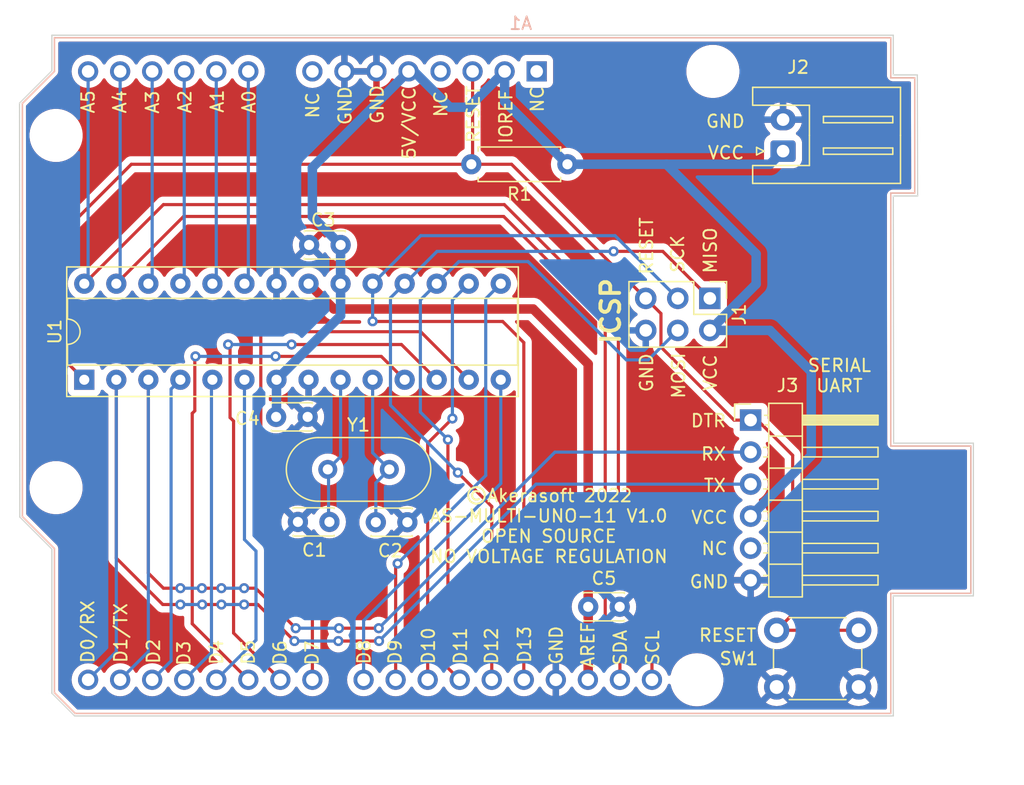
<source format=kicad_pcb>
(kicad_pcb (version 20211014) (generator pcbnew)
  (layers (0 "F.Cu" signal) (31 "B.Cu" signal) (34 "B.Paste" user) (35 "F.Paste" user) (36 "B.SilkS" user "B.Silkscreen") (37 "F.SilkS" user "F.Silkscreen") (38 "B.Mask" user) (39 "F.Mask" user) (44 "Edge.Cuts" user))
  (net 0 "")
  (net 2 "VCC")
  (net 3 "/DTR")
  (net 4 "GND")
  (net 5 "/A0")
  (net 6 "/A1")
  (net 7 "/A2")
  (net 8 "/A3")
  (net 9 "/A4")
  (net 10 "/A5")
  (net 11 "/D0{slash}RX")
  (net 12 "/D1{slash}TX")
  (net 13 "/D2")
  (net 14 "/D3")
  (net 15 "/D4")
  (net 16 "/D5")
  (net 17 "/D6")
  (net 18 "/D7")
  (net 19 "/D8")
  (net 20 "/D9")
  (net 21 "/D10")
  (net 22 "/D11")
  (net 23 "/D12")
  (net 24 "/D13")
  (net 25 "/AREF")
  (net 26 "/XTAL1")
  (net 27 "/XTAL2")
  (net 28 "/CTS")
  (footprint "Connector_JST:JST_XH_S2B-XH-A_1x02_P2.50mm_Horizontal" (layer "F.Cu") (at 137.3378 73.1774 90)
    (fp_text reference "J2" (at 6.6548 1.1938) (layer "F.SilkS"))
    (fp_text value "Conn_01x02")
    (fp_line (start -2.56 9.31) (end -2.56 -2.41) (layer "F.SilkS") (width 0.12))
    (fp_line (start 2.25 3.2) (end 2.25 8.7) (layer "F.SilkS") (width 0.12))
    (fp_line (start -0.25 8.7) (end 0.25 8.7) (layer "F.SilkS") (width 0.12))
    (fp_line (start -2.56 -2.41) (end -1.14 -2.41) (layer "F.SilkS") (width 0.12))
    (fp_line (start 0.3 -2.1) (end 0 -1.5) (layer "F.SilkS") (width 0.12))
    (fp_line (start 3.64 2.09) (end 1.25 2.09) (layer "F.SilkS") (width 0.12))
    (fp_line (start 1.25 9.31) (end 5.06 9.31) (layer "F.SilkS") (width 0.12))
    (fp_line (start -0.25 3.2) (end -0.25 8.7) (layer "F.SilkS") (width 0.12))
    (fp_line (start 0 -1.5) (end -0.3 -2.1) (layer "F.SilkS") (width 0.12))
    (fp_line (start -1.14 -2.41) (end -1.14 2.09) (layer "F.SilkS") (width 0.12))
    (fp_line (start 2.75 8.7) (end 2.75 3.2) (layer "F.SilkS") (width 0.12))
    (fp_line (start -1.14 2.09) (end 1.25 2.09) (layer "F.SilkS") (width 0.12))
    (fp_line (start 1.25 9.31) (end -2.56 9.31) (layer "F.SilkS") (width 0.12))
    (fp_line (start 0.25 3.2) (end -0.25 3.2) (layer "F.SilkS") (width 0.12))
    (fp_line (start 0.25 8.7) (end 0.25 3.2) (layer "F.SilkS") (width 0.12))
    (fp_line (start 5.06 -2.41) (end 3.64 -2.41) (layer "F.SilkS") (width 0.12))
    (fp_line (start 2.25 8.7) (end 2.75 8.7) (layer "F.SilkS") (width 0.12))
    (fp_line (start 2.75 3.2) (end 2.25 3.2) (layer "F.SilkS") (width 0.12))
    (fp_line (start -0.3 -2.1) (end 0.3 -2.1) (layer "F.SilkS") (width 0.12))
    (fp_line (start 3.64 -2.41) (end 3.64 2.09) (layer "F.SilkS") (width 0.12))
    (fp_line (start 5.06 9.31) (end 5.06 -2.41) (layer "F.SilkS") (width 0.12))
    (pad "1" thru_hole roundrect (at 0 0 90) (size 1.7 2) (drill 1) (layers *.Cu *.Mask) (roundrect_rratio 0.1470588235) (net 2 "VCC"))
    (pad "2" thru_hole oval (at 2.5 0 90) (size 1.7 2) (drill 1) (layers *.Cu *.Mask) (net 4 "GND"))
  )
  (footprint "Capacitor_THT:C_Disc_D3.0mm_W2.0mm_P2.50mm" (layer "F.Cu") (at 97.1496 94.2594)
    (fp_text reference "C4" (at -2.2806 0.127) (layer "F.SilkS"))
    (fp_text value "100nF")
    (fp_line (start -0.37 1.12) (end 2.87 1.12) (layer "F.SilkS") (width 0.12))
    (fp_line (start -0.37 -1.12) (end 2.87 -1.12) (layer "F.SilkS") (width 0.12))
    (fp_line (start 2.87 1.055) (end 2.87 1.12) (layer "F.SilkS") (width 0.12))
    (fp_line (start -0.37 1.055) (end -0.37 1.12) (layer "F.SilkS") (width 0.12))
    (fp_line (start -0.37 -1.12) (end -0.37 -1.055) (layer "F.SilkS") (width 0.12))
    (fp_line (start 2.87 -1.12) (end 2.87 -1.055) (layer "F.SilkS") (width 0.12))
    (pad "1" thru_hole circle (at 0 0) (size 1.6 1.6) (drill 0.8) (layers *.Cu *.Mask) (net 2 "VCC"))
    (pad "2" thru_hole circle (at 2.5 0) (size 1.6 1.6) (drill 0.8) (layers *.Cu *.Mask) (net 4 "GND"))
  )
  (footprint "Capacitor_THT:C_Disc_D3.0mm_W2.0mm_P2.50mm" (layer "F.Cu") (at 105.0544 102.616)
    (fp_text reference "C2" (at 1.143 2.2606) (layer "F.SilkS"))
    (fp_text value "18pF")
    (fp_line (start 2.87 1.055) (end 2.87 1.12) (layer "F.SilkS") (width 0.12))
    (fp_line (start -0.37 -1.12) (end -0.37 -1.055) (layer "F.SilkS") (width 0.12))
    (fp_line (start -0.37 -1.12) (end 2.87 -1.12) (layer "F.SilkS") (width 0.12))
    (fp_line (start -0.37 1.055) (end -0.37 1.12) (layer "F.SilkS") (width 0.12))
    (fp_line (start 2.87 -1.12) (end 2.87 -1.055) (layer "F.SilkS") (width 0.12))
    (fp_line (start -0.37 1.12) (end 2.87 1.12) (layer "F.SilkS") (width 0.12))
    (pad "1" thru_hole circle (at 0 0) (size 1.6 1.6) (drill 0.8) (layers *.Cu *.Mask) (net 27 "/XTAL2"))
    (pad "2" thru_hole circle (at 2.5 0) (size 1.6 1.6) (drill 0.8) (layers *.Cu *.Mask) (net 4 "GND"))
  )
  (footprint "Capacitor_THT:C_Disc_D3.0mm_W2.0mm_P2.50mm" (layer "F.Cu") (at 102.2658 80.6196 180)
    (fp_text reference "C3" (at 1.377 1.9812) (layer "F.SilkS"))
    (fp_text value "100nF")
    (fp_line (start -0.37 1.12) (end 2.87 1.12) (layer "F.SilkS") (width 0.12))
    (fp_line (start -0.37 -1.12) (end -0.37 -1.055) (layer "F.SilkS") (width 0.12))
    (fp_line (start 2.87 1.055) (end 2.87 1.12) (layer "F.SilkS") (width 0.12))
    (fp_line (start -0.37 -1.12) (end 2.87 -1.12) (layer "F.SilkS") (width 0.12))
    (fp_line (start -0.37 1.055) (end -0.37 1.12) (layer "F.SilkS") (width 0.12))
    (fp_line (start 2.87 -1.12) (end 2.87 -1.055) (layer "F.SilkS") (width 0.12))
    (pad "1" thru_hole circle (at 0 0 180) (size 1.6 1.6) (drill 0.8) (layers *.Cu *.Mask) (net 2 "VCC"))
    (pad "2" thru_hole circle (at 2.5 0 180) (size 1.6 1.6) (drill 0.8) (layers *.Cu *.Mask) (net 4 "GND"))
  )
  (footprint "Capacitor_THT:C_Disc_D3.0mm_W2.0mm_P2.50mm" (layer "F.Cu") (at 121.8892 109.3216)
    (fp_text reference "C5" (at 1.25 -2.25) (layer "F.SilkS"))
    (fp_text value "100nF")
    (fp_line (start -0.37 -1.12) (end -0.37 -1.055) (layer "F.SilkS") (width 0.12))
    (fp_line (start 2.87 1.055) (end 2.87 1.12) (layer "F.SilkS") (width 0.12))
    (fp_line (start -0.37 1.055) (end -0.37 1.12) (layer "F.SilkS") (width 0.12))
    (fp_line (start 2.87 -1.12) (end 2.87 -1.055) (layer "F.SilkS") (width 0.12))
    (fp_line (start -0.37 -1.12) (end 2.87 -1.12) (layer "F.SilkS") (width 0.12))
    (fp_line (start -0.37 1.12) (end 2.87 1.12) (layer "F.SilkS") (width 0.12))
    (pad "1" thru_hole circle (at 0 0) (size 1.6 1.6) (drill 0.8) (layers *.Cu *.Mask) (net 25 "/AREF"))
    (pad "2" thru_hole circle (at 2.5 0) (size 1.6 1.6) (drill 0.8) (layers *.Cu *.Mask) (net 4 "GND"))
  )
  (footprint "Package_DIP:DIP-28_W7.62mm_Socket" (layer "F.Cu") (at 81.9404 91.313 90)
    (fp_text reference "U1" (at 3.81 -2.33 90) (layer "F.SilkS"))
    (fp_text value "ATmega328-P")
    (fp_line (start 6.46 34.35) (end 6.46 -1.33) (layer "F.SilkS") (width 0.12))
    (fp_line (start 2.81 -1.33) (end 1.16 -1.33) (layer "F.SilkS") (width 0.12))
    (fp_line (start -1.33 34.41) (end 8.95 34.41) (layer "F.SilkS") (width 0.12))
    (fp_line (start 8.95 -1.39) (end -1.33 -1.39) (layer "F.SilkS") (width 0.12))
    (fp_line (start -1.33 -1.39) (end -1.33 34.41) (layer "F.SilkS") (width 0.12))
    (fp_line (start 1.16 34.35) (end 6.46 34.35) (layer "F.SilkS") (width 0.12))
    (fp_line (start 6.46 -1.33) (end 4.81 -1.33) (layer "F.SilkS") (width 0.12))
    (fp_line (start 8.95 34.41) (end 8.95 -1.39) (layer "F.SilkS") (width 0.12))
    (fp_line (start 1.16 -1.33) (end 1.16 34.35) (layer "F.SilkS") (width 0.12))
    (fp_arc (start 4.81 -1.33) (mid 3.81 -0.33) (end 2.81 -1.33) (layer "F.SilkS") (width 0.12))
    (pad "1" thru_hole rect (at 0 0 90) (size 1.6 1.6) (drill 0.8) (layers *.Cu *.Mask) (net 3 "/DTR"))
    (pad "2" thru_hole oval (at 0 2.54 90) (size 1.6 1.6) (drill 0.8) (layers *.Cu *.Mask) (net 11 "/D0{slash}RX"))
    (pad "3" thru_hole oval (at 0 5.08 90) (size 1.6 1.6) (drill 0.8) (layers *.Cu *.Mask) (net 12 "/D1{slash}TX"))
    (pad "4" thru_hole oval (at 0 7.62 90) (size 1.6 1.6) (drill 0.8) (layers *.Cu *.Mask) (net 13 "/D2"))
    (pad "5" thru_hole oval (at 0 10.16 90) (size 1.6 1.6) (drill 0.8) (layers *.Cu *.Mask) (net 14 "/D3"))
    (pad "6" thru_hole oval (at 0 12.7 90) (size 1.6 1.6) (drill 0.8) (layers *.Cu *.Mask) (net 15 "/D4"))
    (pad "7" thru_hole oval (at 0 15.24 90) (size 1.6 1.6) (drill 0.8) (layers *.Cu *.Mask) (net 2 "VCC"))
    (pad "8" thru_hole oval (at 0 17.78 90) (size 1.6 1.6) (drill 0.8) (layers *.Cu *.Mask) (net 4 "GND"))
    (pad "9" thru_hole oval (at 0 20.32 90) (size 1.6 1.6) (drill 0.8) (layers *.Cu *.Mask) (net 26 "/XTAL1"))
    (pad "10" thru_hole oval (at 0 22.86 90) (size 1.6 1.6) (drill 0.8) (layers *.Cu *.Mask) (net 27 "/XTAL2"))
    (pad "11" thru_hole oval (at 0 25.4 90) (size 1.6 1.6) (drill 0.8) (layers *.Cu *.Mask) (net 16 "/D5"))
    (pad "12" thru_hole oval (at 0 27.94 90) (size 1.6 1.6) (drill 0.8) (layers *.Cu *.Mask) (net 17 "/D6"))
    (pad "13" thru_hole oval (at 0 30.48 90) (size 1.6 1.6) (drill 0.8) (layers *.Cu *.Mask) (net 18 "/D7"))
    (pad "14" thru_hole oval (at 0 33.02 90) (size 1.6 1.6) (drill 0.8) (layers *.Cu *.Mask) (net 19 "/D8"))
    (pad "15" thru_hole oval (at 7.62 33.02 90) (size 1.6 1.6) (drill 0.8) (layers *.Cu *.Mask) (net 20 "/D9"))
    (pad "16" thru_hole oval (at 7.62 30.48 90) (size 1.6 1.6) (drill 0.8) (layers *.Cu *.Mask) (net 21 "/D10"))
    (pad "17" thru_hole oval (at 7.62 27.94 90) (size 1.6 1.6) (drill 0.8) (layers *.Cu *.Mask) (net 22 "/D11"))
    (pad "18" thru_hole oval (at 7.62 25.4 90) (size 1.6 1.6) (drill 0.8) (layers *.Cu *.Mask) (net 23 "/D12"))
    (pad "19" thru_hole oval (at 7.62 22.86 90) (size 1.6 1.6) (drill 0.8) (layers *.Cu *.Mask) (net 24 "/D13"))
    (pad "20" thru_hole oval (at 7.62 20.32 90) (size 1.6 1.6) (drill 0.8) (layers *.Cu *.Mask) (net 2 "VCC"))
    (pad "21" thru_hole oval (at 7.62 17.78 90) (size 1.6 1.6) (drill 0.8) (layers *.Cu *.Mask) (net 25 "/AREF"))
    (pad "22" thru_hole oval (at 7.62 15.24 90) (size 1.6 1.6) (drill 0.8) (layers *.Cu *.Mask) (net 4 "GND"))
    (pad "23" thru_hole oval (at 7.62 12.7 90) (size 1.6 1.6) (drill 0.8) (layers *.Cu *.Mask) (net 5 "/A0"))
    (pad "24" thru_hole oval (at 7.62 10.16 90) (size 1.6 1.6) (drill 0.8) (layers *.Cu *.Mask) (net 6 "/A1"))
    (pad "25" thru_hole oval (at 7.62 7.62 90) (size 1.6 1.6) (drill 0.8) (layers *.Cu *.Mask) (net 7 "/A2"))
    (pad "26" thru_hole oval (at 7.62 5.08 90) (size 1.6 1.6) (drill 0.8) (layers *.Cu *.Mask) (net 8 "/A3"))
    (pad "27" thru_hole oval (at 7.62 2.54 90) (size 1.6 1.6) (drill 0.8) (layers *.Cu *.Mask) (net 9 "/A4"))
    (pad "28" thru_hole oval (at 7.62 0 90) (size 1.6 1.6) (drill 0.8) (layers *.Cu *.Mask) (net 10 "/A5"))
  )
  (footprint "Connector_PinHeader_2.54mm:PinHeader_2x03_P2.54mm_Vertical" (layer "F.Cu") (at 131.5316 84.8564 -90)
    (fp_text reference "J1" (at 1.27 -2.33 90) (layer "F.SilkS"))
    (fp_text value "ICSP")
    (fp_line (start -1.33 6.41) (end 3.87 6.41) (layer "F.SilkS") (width 0.12))
    (fp_line (start 3.87 -1.33) (end 3.87 6.41) (layer "F.SilkS") (width 0.12))
    (fp_line (start -1.33 1.27) (end -1.33 6.41) (layer "F.SilkS") (width 0.12))
    (fp_line (start -1.33 0) (end -1.33 -1.33) (layer "F.SilkS") (width 0.12))
    (fp_line (start -1.33 1.27) (end 1.27 1.27) (layer "F.SilkS") (width 0.12))
    (fp_line (start 1.27 -1.33) (end 3.87 -1.33) (layer "F.SilkS") (width 0.12))
    (fp_line (start -1.33 -1.33) (end 0 -1.33) (layer "F.SilkS") (width 0.12))
    (fp_line (start 1.27 1.27) (end 1.27 -1.33) (layer "F.SilkS") (width 0.12))
    (pad "1" thru_hole rect (at 0 0 270) (size 1.7 1.7) (drill 1) (layers *.Cu *.Mask) (net 23 "/D12"))
    (pad "2" thru_hole oval (at 2.54 0 270) (size 1.7 1.7) (drill 1) (layers *.Cu *.Mask) (net 2 "VCC"))
    (pad "3" thru_hole oval (at 0 2.54 270) (size 1.7 1.7) (drill 1) (layers *.Cu *.Mask) (net 24 "/D13"))
    (pad "4" thru_hole oval (at 2.54 2.54 270) (size 1.7 1.7) (drill 1) (layers *.Cu *.Mask) (net 22 "/D11"))
    (pad "5" thru_hole oval (at 0 5.08 270) (size 1.7 1.7) (drill 1) (layers *.Cu *.Mask) (net 3 "/DTR"))
    (pad "6" thru_hole oval (at 2.54 5.08 270) (size 1.7 1.7) (drill 1) (layers *.Cu *.Mask) (net 4 "GND"))
  )
  (footprint "Button_Switch_THT:SW_PUSH_6mm_H4.3mm" (layer "F.Cu") (at 136.831 111.1864)
    (fp_text reference "SW1" (at -2.9984 2.25) (layer "F.SilkS"))
    (fp_text value "SW_Push")
    (fp_line (start -0.25 1.5) (end -0.25 3) (layer "F.SilkS") (width 0.12))
    (fp_line (start 5.5 -1) (end 1 -1) (layer "F.SilkS") (width 0.12))
    (fp_line (start 6.75 3) (end 6.75 1.5) (layer "F.SilkS") (width 0.12))
    (fp_line (start 1 5.5) (end 5.5 5.5) (layer "F.SilkS") (width 0.12))
    (pad "1" thru_hole circle (at 6.5 0 90) (size 2 2) (drill 1.1) (layers *.Cu *.Mask) (net 3 "/DTR"))
    (pad "1" thru_hole circle (at 0 0 90) (size 2 2) (drill 1.1) (layers *.Cu *.Mask) (net 3 "/DTR"))
    (pad "2" thru_hole circle (at 6.5 4.5 90) (size 2 2) (drill 1.1) (layers *.Cu *.Mask) (net 4 "GND"))
    (pad "2" thru_hole circle (at 0 4.5 90) (size 2 2) (drill 1.1) (layers *.Cu *.Mask) (net 4 "GND"))
  )
  (footprint "Resistor_THT:R_Axial_DIN0207_L6.3mm_D2.5mm_P7.62mm_Horizontal" (layer "F.Cu") (at 120.2436 74.2188 180)
    (fp_text reference "R1" (at 3.81 -2.37) (layer "F.SilkS"))
    (fp_text value "10k")
    (fp_line (start 0.54 1.37) (end 7.08 1.37) (layer "F.SilkS") (width 0.12))
    (fp_line (start 0.54 1.04) (end 0.54 1.37) (layer "F.SilkS") (width 0.12))
    (fp_line (start 0.54 -1.04) (end 0.54 -1.37) (layer "F.SilkS") (width 0.12))
    (fp_line (start 7.08 -1.37) (end 7.08 -1.04) (layer "F.SilkS") (width 0.12))
    (fp_line (start 7.08 1.37) (end 7.08 1.04) (layer "F.SilkS") (width 0.12))
    (fp_line (start 0.54 -1.37) (end 7.08 -1.37) (layer "F.SilkS") (width 0.12))
    (pad "1" thru_hole circle (at 0 0 180) (size 1.6 1.6) (drill 0.8) (layers *.Cu *.Mask) (net 2 "VCC"))
    (pad "2" thru_hole oval (at 7.62 0 180) (size 1.6 1.6) (drill 0.8) (layers *.Cu *.Mask) (net 3 "/DTR"))
  )
  (footprint "Crystal:Crystal_HC49-4H_Vertical" (layer "F.Cu") (at 101.2444 98.425)
    (fp_text reference "Y1" (at 2.44 -3.525) (layer "F.SilkS"))
    (fp_text value "16Mhz")
    (fp_line (start -0.76 2.525) (end 5.64 2.525) (layer "F.SilkS") (width 0.12))
    (fp_line (start -0.76 -2.525) (end 5.64 -2.525) (layer "F.SilkS") (width 0.12))
    (fp_arc (start 5.64 -2.525) (mid 8.165 0) (end 5.64 2.525) (layer "F.SilkS") (width 0.12))
    (fp_arc (start -0.76 2.525) (mid -3.285 0) (end -0.76 -2.525) (layer "F.SilkS") (width 0.12))
    (pad "1" thru_hole circle (at 0 0) (size 1.5 1.5) (drill 0.8) (layers *.Cu *.Mask) (net 26 "/XTAL1"))
    (pad "2" thru_hole circle (at 4.88 0) (size 1.5 1.5) (drill 0.8) (layers *.Cu *.Mask) (net 27 "/XTAL2"))
  )
  (footprint "Connector_PinHeader_2.54mm:PinHeader_1x06_P2.54mm_Horizontal" (layer "F.Cu") (at 134.7662 94.5134)
    (fp_text reference "J3" (at 2.9272 -2.7432) (layer "F.SilkS"))
    (fp_text value "Conn_01x06")
    (fp_line (start 1.042929 2.16) (end 1.44 2.16) (layer "F.SilkS") (width 0.12))
    (fp_line (start 1.042929 5.46) (end 1.44 5.46) (layer "F.SilkS") (width 0.12))
    (fp_line (start 10.1 2.16) (end 10.1 2.92) (layer "F.SilkS") (width 0.12))
    (fp_line (start 4.1 7.24) (end 10.1 7.24) (layer "F.SilkS") (width 0.12))
    (fp_line (start 4.1 9.78) (end 10.1 9.78) (layer "F.SilkS") (width 0.12))
    (fp_line (start 4.1 -0.32) (end 10.1 -0.32) (layer "F.SilkS") (width 0.12))
    (fp_line (start 1.042929 9.78) (end 1.44 9.78) (layer "F.SilkS") (width 0.12))
    (fp_line (start 10.1 8) (end 4.1 8) (layer "F.SilkS") (width 0.12))
    (fp_line (start 1.11 -0.38) (end 1.44 -0.38) (layer "F.SilkS") (width 0.12))
    (fp_line (start 10.1 10.54) (end 4.1 10.54) (layer "F.SilkS") (width 0.12))
    (fp_line (start 4.1 12.32) (end 10.1 12.32) (layer "F.SilkS") (width 0.12))
    (fp_line (start 10.1 13.08) (end 4.1 13.08) (layer "F.SilkS") (width 0.12))
    (fp_line (start 4.1 -0.08) (end 10.1 -0.08) (layer "F.SilkS") (width 0.12))
    (fp_line (start 1.042929 13.08) (end 1.44 13.08) (layer "F.SilkS") (width 0.12))
    (fp_line (start 1.042929 12.32) (end 1.44 12.32) (layer "F.SilkS") (width 0.12))
    (fp_line (start 4.1 -1.33) (end 1.44 -1.33) (layer "F.SilkS") (width 0.12))
    (fp_line (start 4.1 4.7) (end 10.1 4.7) (layer "F.SilkS") (width 0.12))
    (fp_line (start 4.1 -0.2) (end 10.1 -0.2) (layer "F.SilkS") (width 0.12))
    (fp_line (start 1.44 3.81) (end 4.1 3.81) (layer "F.SilkS") (width 0.12))
    (fp_line (start 1.44 14.03) (end 4.1 14.03) (layer "F.SilkS") (width 0.12))
    (fp_line (start 10.1 2.92) (end 4.1 2.92) (layer "F.SilkS") (width 0.12))
    (fp_line (start 4.1 -0.38) (end 10.1 -0.38) (layer "F.SilkS") (width 0.12))
    (fp_line (start 1.44 11.43) (end 4.1 11.43) (layer "F.SilkS") (width 0.12))
    (fp_line (start 10.1 7.24) (end 10.1 8) (layer "F.SilkS") (width 0.12))
    (fp_line (start 4.1 14.03) (end 4.1 -1.33) (layer "F.SilkS") (width 0.12))
    (fp_line (start 1.042929 2.92) (end 1.44 2.92) (layer "F.SilkS") (width 0.12))
    (fp_line (start 4.1 0.16) (end 10.1 0.16) (layer "F.SilkS") (width 0.12))
    (fp_line (start 1.44 6.35) (end 4.1 6.35) (layer "F.SilkS") (width 0.12))
    (fp_line (start 1.042929 10.54) (end 1.44 10.54) (layer "F.SilkS") (width 0.12))
    (fp_line (start 10.1 9.78) (end 10.1 10.54) (layer "F.SilkS") (width 0.12))
    (fp_line (start 1.44 8.89) (end 4.1 8.89) (layer "F.SilkS") (width 0.12))
    (fp_line (start 10.1 5.46) (end 4.1 5.46) (layer "F.SilkS") (width 0.12))
    (fp_line (start 4.1 2.16) (end 10.1 2.16) (layer "F.SilkS") (width 0.12))
    (fp_line (start -1.27 -1.27) (end 0 -1.27) (layer "F.SilkS") (width 0.12))
    (fp_line (start -1.27 0) (end -1.27 -1.27) (layer "F.SilkS") (width 0.12))
    (fp_line (start 4.1 0.04) (end 10.1 0.04) (layer "F.SilkS") (width 0.12))
    (fp_line (start 10.1 4.7) (end 10.1 5.46) (layer "F.SilkS") (width 0.12))
    (fp_line (start 10.1 -0.38) (end 10.1 0.38) (layer "F.SilkS") (width 0.12))
    (fp_line (start 1.042929 8) (end 1.44 8) (layer "F.SilkS") (width 0.12))
    (fp_line (start 1.11 0.38) (end 1.44 0.38) (layer "F.SilkS") (width 0.12))
    (fp_line (start 1.44 -1.33) (end 1.44 14.03) (layer "F.SilkS") (width 0.12))
    (fp_line (start 10.1 0.38) (end 4.1 0.38) (layer "F.SilkS") (width 0.12))
    (fp_line (start 1.44 1.27) (end 4.1 1.27) (layer "F.SilkS") (width 0.12))
    (fp_line (start 10.1 12.32) (end 10.1 13.08) (layer "F.SilkS") (width 0.12))
    (fp_line (start 4.1 0.28) (end 10.1 0.28) (layer "F.SilkS") (width 0.12))
    (fp_line (start 1.042929 4.7) (end 1.44 4.7) (layer "F.SilkS") (width 0.12))
    (fp_line (start 1.042929 7.24) (end 1.44 7.24) (layer "F.SilkS") (width 0.12))
    (pad "1" thru_hole rect (at 0 0) (size 1.7 1.7) (drill 1) (layers *.Cu *.Mask) (net 3 "/DTR"))
    (pad "2" thru_hole oval (at 0 2.54) (size 1.7 1.7) (drill 1) (layers *.Cu *.Mask) (net 12 "/D1{slash}TX"))
    (pad "3" thru_hole oval (at 0 5.08) (size 1.7 1.7) (drill 1) (layers *.Cu *.Mask) (net 11 "/D0{slash}RX"))
    (pad "4" thru_hole oval (at 0 7.62) (size 1.7 1.7) (drill 1) (layers *.Cu *.Mask) (net 2 "VCC"))
    (pad "5" thru_hole oval (at 0 10.16) (size 1.7 1.7) (drill 1) (layers *.Cu *.Mask) (net 28 "/CTS"))
    (pad "6" thru_hole oval (at 0 12.7) (size 1.7 1.7) (drill 1) (layers *.Cu *.Mask) (net 4 "GND"))
  )
  (footprint "Capacitor_THT:C_Disc_D3.0mm_W2.0mm_P2.50mm" (layer "F.Cu") (at 101.3768 102.5906 180)
    (fp_text reference "C1" (at 1.1992 -2.2352) (layer "F.SilkS"))
    (fp_text value "18pF")
    (fp_line (start -0.37 1.12) (end 2.87 1.12) (layer "F.SilkS") (width 0.12))
    (fp_line (start -0.37 -1.12) (end 2.87 -1.12) (layer "F.SilkS") (width 0.12))
    (fp_line (start -0.37 1.055) (end -0.37 1.12) (layer "F.SilkS") (width 0.12))
    (fp_line (start -0.37 -1.12) (end -0.37 -1.055) (layer "F.SilkS") (width 0.12))
    (fp_line (start 2.87 1.055) (end 2.87 1.12) (layer "F.SilkS") (width 0.12))
    (fp_line (start 2.87 -1.12) (end 2.87 -1.055) (layer "F.SilkS") (width 0.12))
    (pad "1" thru_hole circle (at 0 0 180) (size 1.6 1.6) (drill 0.8) (layers *.Cu *.Mask) (net 26 "/XTAL1"))
    (pad "2" thru_hole circle (at 2.5 0 180) (size 1.6 1.6) (drill 0.8) (layers *.Cu *.Mask) (net 4 "GND"))
  )
  (footprint "Module:Arduino_UNO_R3_WithMountingHoles" (layer "B.Cu") (at 117.8052 66.8528 180)
    (fp_text reference "A1" (at 1.27 3.81) (layer "B.SilkS") (effects (justify mirror)))
    (fp_text value "Arduino_UNO_R3")
    (fp_line (start -28.07 -41.4) (end -28.07 -50.93) (layer "B.SilkS") (width 0.12))
    (fp_line (start -29.97 -0.51) (end -29.97 -9.65) (layer "B.SilkS") (width 0.12))
    (fp_line (start -28.07 -9.65) (end -28.07 -29.72) (layer "B.SilkS") (width 0.12))
    (fp_line (start -28.07 -0.51) (end -29.97 -0.51) (layer "B.SilkS") (width 0.12))
    (fp_line (start 40.77 -35.31) (end 40.77 -2.54) (layer "B.SilkS") (width 0.12))
    (fp_line (start 38.23 -49.28) (end 38.23 -37.85) (layer "B.SilkS") (width 0.12))
    (fp_line (start 38.23 2.67) (end -28.07 2.67) (layer "B.SilkS") (width 0.12))
    (fp_line (start 40.77 -2.54) (end 38.23 0) (layer "B.SilkS") (width 0.12))
    (fp_line (start 38.23 -37.85) (end 40.77 -35.31) (layer "B.SilkS") (width 0.12))
    (fp_line (start 38.23 0) (end 38.23 2.67) (layer "B.SilkS") (width 0.12))
    (fp_line (start -34.42 -41.4) (end -28.07 -41.4) (layer "B.SilkS") (width 0.12))
    (fp_line (start -28.07 -29.72) (end -34.42 -29.72) (layer "B.SilkS") (width 0.12))
    (fp_line (start -28.07 2.67) (end -28.07 -0.51) (layer "B.SilkS") (width 0.12))
    (fp_line (start 36.58 -50.93) (end 38.23 -49.28) (layer "B.SilkS") (width 0.12))
    (fp_line (start -28.07 -50.93) (end 36.58 -50.93) (layer "B.SilkS") (width 0.12))
    (fp_line (start -29.97 -9.65) (end -28.07 -9.65) (layer "B.SilkS") (width 0.12))
    (fp_line (start -34.42 -29.72) (end -34.42 -41.4) (layer "B.SilkS") (width 0.12))
    (pad "" np_thru_hole circle (at -13.97 0 90) (size 3.2 3.2) (drill 3.2) (layers *.Cu *.Mask))
    (pad "" np_thru_hole circle (at 38.1 -33.02 90) (size 3.2 3.2) (drill 3.2) (layers *.Cu *.Mask))
    (pad "" np_thru_hole circle (at 38.1 -5.08 90) (size 3.2 3.2) (drill 3.2) (layers *.Cu *.Mask))
    (pad "" np_thru_hole circle (at -12.7 -48.26 90) (size 3.2 3.2) (drill 3.2) (layers *.Cu *.Mask))
    (pad "1" thru_hole rect (at 0 0 90) (size 1.6 1.6) (drill 1) (layers *.Cu *.Mask))
    (pad "2" thru_hole oval (at 2.54 0 90) (size 1.6 1.6) (drill 1) (layers *.Cu *.Mask) (net 2 "VCC"))
    (pad "3" thru_hole oval (at 5.08 0 90) (size 1.6 1.6) (drill 1) (layers *.Cu *.Mask) (net 3 "/DTR"))
    (pad "4" thru_hole oval (at 7.62 0 90) (size 1.6 1.6) (drill 1) (layers *.Cu *.Mask))
    (pad "5" thru_hole oval (at 10.16 0 90) (size 1.6 1.6) (drill 1) (layers *.Cu *.Mask) (net 2 "VCC"))
    (pad "6" thru_hole oval (at 12.7 0 90) (size 1.6 1.6) (drill 1) (layers *.Cu *.Mask) (net 4 "GND"))
    (pad "7" thru_hole oval (at 15.24 0 90) (size 1.6 1.6) (drill 1) (layers *.Cu *.Mask) (net 4 "GND"))
    (pad "8" thru_hole oval (at 17.78 0 90) (size 1.6 1.6) (drill 1) (layers *.Cu *.Mask))
    (pad "9" thru_hole oval (at 22.86 0 90) (size 1.6 1.6) (drill 1) (layers *.Cu *.Mask) (net 5 "/A0"))
    (pad "10" thru_hole oval (at 25.4 0 90) (size 1.6 1.6) (drill 1) (layers *.Cu *.Mask) (net 6 "/A1"))
    (pad "11" thru_hole oval (at 27.94 0 90) (size 1.6 1.6) (drill 1) (layers *.Cu *.Mask) (net 7 "/A2"))
    (pad "12" thru_hole oval (at 30.48 0 90) (size 1.6 1.6) (drill 1) (layers *.Cu *.Mask) (net 8 "/A3"))
    (pad "13" thru_hole oval (at 33.02 0 90) (size 1.6 1.6) (drill 1) (layers *.Cu *.Mask) (net 9 "/A4"))
    (pad "14" thru_hole oval (at 35.56 0 90) (size 1.6 1.6) (drill 1) (layers *.Cu *.Mask) (net 10 "/A5"))
    (pad "15" thru_hole oval (at 35.56 -48.26 90) (size 1.6 1.6) (drill 1) (layers *.Cu *.Mask) (net 11 "/D0{slash}RX"))
    (pad "16" thru_hole oval (at 33.02 -48.26 90) (size 1.6 1.6) (drill 1) (layers *.Cu *.Mask) (net 12 "/D1{slash}TX"))
    (pad "17" thru_hole oval (at 30.48 -48.26 90) (size 1.6 1.6) (drill 1) (layers *.Cu *.Mask) (net 13 "/D2"))
    (pad "18" thru_hole oval (at 27.94 -48.26 90) (size 1.6 1.6) (drill 1) (layers *.Cu *.Mask) (net 14 "/D3"))
    (pad "19" thru_hole oval (at 25.4 -48.26 90) (size 1.6 1.6) (drill 1) (layers *.Cu *.Mask) (net 15 "/D4"))
    (pad "20" thru_hole oval (at 22.86 -48.26 90) (size 1.6 1.6) (drill 1) (layers *.Cu *.Mask) (net 16 "/D5"))
    (pad "21" thru_hole oval (at 20.32 -48.26 90) (size 1.6 1.6) (drill 1) (layers *.Cu *.Mask) (net 17 "/D6"))
    (pad "22" thru_hole oval (at 17.78 -48.26 90) (size 1.6 1.6) (drill 1) (layers *.Cu *.Mask) (net 18 "/D7"))
    (pad "23" thru_hole oval (at 13.72 -48.26 90) (size 1.6 1.6) (drill 1) (layers *.Cu *.Mask) (net 19 "/D8"))
    (pad "24" thru_hole oval (at 11.18 -48.26 90) (size 1.6 1.6) (drill 1) (layers *.Cu *.Mask) (net 20 "/D9"))
    (pad "25" thru_hole oval (at 8.64 -48.26 90) (size 1.6 1.6) (drill 1) (layers *.Cu *.Mask) (net 21 "/D10"))
    (pad "26" thru_hole oval (at 6.1 -48.26 90) (size 1.6 1.6) (drill 1) (layers *.Cu *.Mask) (net 22 "/D11"))
    (pad "27" thru_hole oval (at 3.56 -48.26 90) (size 1.6 1.6) (drill 1) (layers *.Cu *.Mask) (net 23 "/D12"))
    (pad "28" thru_hole oval (at 1.02 -48.26 90) (size 1.6 1.6) (drill 1) (layers *.Cu *.Mask) (net 24 "/D13"))
    (pad "29" thru_hole oval (at -1.52 -48.26 90) (size 1.6 1.6) (drill 1) (layers *.Cu *.Mask) (net 4 "GND"))
    (pad "30" thru_hole oval (at -4.06 -48.26 90) (size 1.6 1.6) (drill 1) (layers *.Cu *.Mask) (net 25 "/AREF"))
    (pad "31" thru_hole oval (at -6.6 -48.26 90) (size 1.6 1.6) (drill 1) (layers *.Cu *.Mask) (net 9 "/A4"))
    (pad "32" thru_hole oval (at -9.14 -48.26 90) (size 1.6 1.6) (drill 1) (layers *.Cu *.Mask) (net 10 "/A5"))
  )
  (gr_line (start 152.4254 96.3422) (end 152.4254 108.458) (layer "Edge.Cuts") (width 0.1))
  (gr_line (start 79.375 64.008) (end 79.375 63.9826) (layer "Edge.Cuts") (width 0.1))
  (gr_line (start 81.1784 117.983) (end 79.375 116.1796) (layer "Edge.Cuts") (width 0.1))
  (gr_line (start 148.0058 76.7334) (end 146.0754 76.7334) (layer "Edge.Cuts") (width 0.1))
  (gr_line (start 146.1008 96.3422) (end 152.4254 96.3422) (layer "Edge.Cuts") (width 0.1))
  (gr_line (start 152.4254 108.458) (end 146.0754 108.458) (layer "Edge.Cuts") (width 0.1))
  (gr_line (start 146.0754 117.9576) (end 146.0754 117.983) (layer "Edge.Cuts") (width 0.1))
  (gr_line (start 146.0754 76.7334) (end 146.1008 96.3422) (layer "Edge.Cuts") (width 0.1))
  (gr_line (start 146.0754 67.1322) (end 147.9804 67.1322) (layer "Edge.Cuts") (width 0.1))
  (gr_line (start 79.375 66.802) (end 79.375 64.008) (layer "Edge.Cuts") (width 0.1))
  (gr_line (start 147.9804 67.1322) (end 148.0058 76.7334) (layer "Edge.Cuts") (width 0.1))
  (gr_line (start 79.375 104.7496) (end 76.835 102.2096) (layer "Edge.Cuts") (width 0.1))
  (gr_line (start 79.375 116.1796) (end 79.375 104.7496) (layer "Edge.Cuts") (width 0.1))
  (gr_line (start 76.8096 69.3674) (end 79.375 66.802) (layer "Edge.Cuts") (width 0.1))
  (gr_line (start 79.375 63.9826) (end 146.0754 63.9826) (layer "Edge.Cuts") (width 0.1))
  (gr_line (start 146.0754 67.1322) (end 146.0754 63.9826) (layer "Edge.Cuts") (width 0.1))
  (gr_line (start 146.0754 117.983) (end 81.1784 117.983) (layer "Edge.Cuts") (width 0.1))
  (gr_line (start 76.835 102.2096) (end 76.8096 69.3674) (layer "Edge.Cuts") (width 0.1))
  (gr_line (start 146.0754 108.458) (end 146.0754 117.9576) (layer "Edge.Cuts") (width 0.1))
  (gr_text "A4" (at 84.7598 69.2658 90) (layer "F.SilkS") (effects (font (size 1 1))))
  (gr_text "GND" (at 105.156 69.469 90) (layer "F.SilkS") (effects (font (size 1 1))))
  (gr_text "D13" (at 116.84 112.3188 90) (layer "F.SilkS") (effects (font (size 1 1))))
  (gr_text "SDA" (at 124.4346 112.5728 90) (layer "F.SilkS") (effects (font (size 1 1))))
  (gr_text "RESET" (at 126.5174 80.6958 90) (layer "F.SilkS") (effects (font (size 1 1))))
  (gr_text "AREF" (at 121.8692 112.3442 90) (layer "F.SilkS") (effects (font (size 1 1))))
  (gr_text "D3" (at 89.8398 113.0046 90) (layer "F.SilkS") (effects (font (size 1 1))))
  (gr_text "RX" (at 131.826 97.2058) (layer "F.SilkS") (effects (font (size 1 1))))
  (gr_text "D12" (at 114.2238 112.4204 90) (layer "F.SilkS") (effects (font (size 1 1))))
  (gr_text "GND" (at 132.7658 70.8152) (layer "F.SilkS") (effects (font (size 1 1))))
  (gr_text "GND" (at 131.4704 107.3404) (layer "F.SilkS") (effects (font (size 1 1))))
  (gr_text "D8" (at 104.1146 112.903 90) (layer "F.SilkS") (effects (font (size 1 1))))
  (gr_text "D10" (at 109.22 112.4204 90) (layer "F.SilkS") (effects (font (size 1 1))))
  (gr_text "A1" (at 92.4814 69.215 90) (layer "F.SilkS") (effects (font (size 1 1))))
  (gr_text "NC" (at 131.9022 104.6988) (layer "F.SilkS") (effects (font (size 1 1))))
  (gr_text "D9" (at 106.5784 112.903 90) (layer "F.SilkS") (effects (font (size 1 1))))
  (gr_text "IOREF" (at 115.3668 70.4342 90) (layer "F.SilkS") (effects (font (size 1 1))))
  (gr_text "5V/VCC" (at 107.696 70.9676 90) (layer "F.SilkS") (effects (font (size 1 1))))
  (gr_text "DTR" (at 131.4196 94.5642) (layer "F.SilkS") (effects (font (size 1 1))))
  (gr_text "VCC" (at 132.8166 73.3044) (layer "F.SilkS") (effects (font (size 1 1))))
  (gr_text "SCL" (at 127 112.5728 90) (layer "F.SilkS") (effects (font (size 1 1))))
  (gr_text "D4" (at 92.4306 112.9284 90) (layer "F.SilkS") (effects (font (size 1 1))))
  (gr_text "SCK" (at 128.9812 81.3308 90) (layer "F.SilkS") (effects (font (size 1 1))))
  (gr_text "©Akerasoft 2022\nAS-MULTI-UNO-11 V1.0\nOPEN SOURCE\nNO VOLTAGE REGULATION\n" (at 118.7704 102.9208) (layer "F.SilkS") (effects (font (size 1 1))))
  (gr_text "D7" (at 99.9998 112.9792 90) (layer "F.SilkS") (effects (font (size 1 1))))
  (gr_text "NC" (at 110.2106 69.4436 90) (layer "F.SilkS") (effects (font (size 1 1))))
  (gr_text "A2" (at 89.916 69.2658 90) (layer "F.SilkS") (effects (font (size 1 1))))
  (gr_text "D11" (at 111.76 112.4204 90) (layer "F.SilkS") (effects (font (size 1 1))))
  (gr_text "MISO" (at 131.572 81.0514 90) (layer "F.SilkS") (effects (font (size 1 1))))
  (gr_text "GND" (at 102.616 69.5706 90) (layer "F.SilkS") (effects (font (size 1 1))))
  (gr_text "NC" (at 100.0506 69.5452 90) (layer "F.SilkS") (effects (font (size 1 1))))
  (gr_text "D6" (at 97.4598 112.9538 90) (layer "F.SilkS") (effects (font (size 1 1))))
  (gr_text "D2" (at 87.4268 112.8522 90) (layer "F.SilkS") (effects (font (size 1 1))))
  (gr_text "RESET" (at 112.776 70.2564 90) (layer "F.SilkS") (effects (font (size 1 1))))
  (gr_text "A5" (at 82.2452 69.2658 90) (layer "F.SilkS") (effects (font (size 1 1))))
  (gr_text "VCC" (at 131.4958 102.235) (layer "F.SilkS") (effects (font (size 1 1))))
  (gr_text "D1/TX" (at 84.836 111.4044 90) (layer "F.SilkS") (effects (font (size 1 1))))
  (gr_text "NC" (at 117.856 69.0626 90) (layer "F.SilkS") (effects (font (size 1 1))))
  (gr_text "RESET" (at 132.9436 111.5822) (layer "F.SilkS") (effects (font (size 1 1))))
  (gr_text "SERIAL\nUART" (at 141.8082 90.9828) (layer "F.SilkS") (effects (font (size 1 1))))
  (gr_text "A3" (at 87.3506 69.2912 90) (layer "F.SilkS") (effects (font (size 1 1))))
  (gr_text "GND" (at 119.3546 112.3696 90) (layer "F.SilkS") (effects (font (size 1 1))))
  (gr_text "ICSP" (at 123.6726 85.852 90) (layer "F.SilkS") (effects (font (size 1.5 1.5) (thickness 0.3))))
  (gr_text "TX" (at 131.9276 99.695) (layer "F.SilkS") (effects (font (size 1 1))))
  (gr_text "GND" (at 126.5174 90.7542 90) (layer "F.SilkS") (effects (font (size 1 1))))
  (gr_text "MOSI" (at 129.0574 90.9828 90) (layer "F.SilkS") (effects (font (size 1 1))))
  (gr_text "D0/RX" (at 82.2198 111.3028 90) (layer "F.SilkS") (effects (font (size 1 1))))
  (gr_text "VCC" (at 131.572 90.7542 90) (layer "F.SilkS") (effects (font (size 1 1))))
  (gr_text "A0" (at 94.996 69.2658 90) (layer "F.SilkS") (effects (font (size 1 1))))
  (gr_text "D5" (at 94.9452 112.9284 90) (layer "F.SilkS") (effects (font (size 1 1))))
  (segment (start 131.5316 87.3964) (end 136.2914 87.3964) (width 0.75) (layer "B.Cu") (net 2))
  (segment (start 139.573 90.678) (end 139.573 97.3266) (width 0.75) (layer "B.Cu") (net 2))
  (segment (start 135.2042 81.3308) (end 135.2042 83.7238) (width 0.75) (layer "B.Cu") (net 2))
  (segment (start 136.2914 87.3964) (end 139.573 90.678) (width 0.75) (layer "B.Cu") (net 2))
  (segment (start 108.077 66.8528) (end 110.9218 69.6976) (width 0.75) (layer "B.Cu") (net 2))
  (segment (start 107.6452 66.8528) (end 108.077 66.8528) (width 0.75) (layer "B.Cu") (net 2))
  (segment (start 100.0252 74.4728) (end 107.6452 66.8528) (width 0.75) (layer "B.Cu") (net 2))
  (segment (start 97.1804 91.313) (end 97.1804 94.2286) (width 0.75) (layer "B.Cu") (net 2))
  (segment (start 100.0252 74.5236) (end 100.0252 78.379) (width 0.75) (layer "B.Cu") (net 2))
  (segment (start 110.9218 69.6976) (end 112.4204 69.6976) (width 0.75) (layer "B.Cu") (net 2))
  (segment (start 102.2604 86.233) (end 97.1804 91.313) (width 0.75) (layer "B.Cu") (net 2))
  (segment (start 135.2042 83.7238) (end 131.5316 87.3964) (width 0.75) (layer "B.Cu") (net 2))
  (segment (start 97.1804 94.2286) (end 97.1496 94.2594) (width 0.25) (layer "B.Cu") (net 2))
  (segment (start 100.0252 78.379) (end 102.2658 80.6196) (width 0.75) (layer "B.Cu") (net 2))
  (segment (start 115.2652 69.2404) (end 120.2436 74.2188) (width 0.75) (layer "B.Cu") (net 2))
  (segment (start 128.0922 74.2188) (end 135.2042 81.3308) (width 0.75) (layer "B.Cu") (net 2))
  (segment (start 112.4204 69.6976) (end 115.2652 66.8528) (width 0.75) (layer "B.Cu") (net 2))
  (segment (start 102.2604 80.625) (end 102.2658 80.6196) (width 0.25) (layer "B.Cu") (net 2))
  (segment (start 136.2964 74.2188) (end 137.3378 73.1774) (width 0.75) (layer "B.Cu") (net 2))
  (segment (start 102.2604 83.693) (end 102.2604 86.233) (width 0.75) (layer "B.Cu") (net 2))
  (segment (start 120.2436 74.2188) (end 128.0922 74.2188) (width 0.75) (layer "B.Cu") (net 2))
  (segment (start 128.0922 74.2188) (end 136.2964 74.2188) (width 0.75) (layer "B.Cu") (net 2))
  (segment (start 102.2604 83.693) (end 102.2604 80.625) (width 0.75) (layer "B.Cu") (net 2))
  (segment (start 115.2652 66.8528) (end 115.2652 69.2404) (width 0.75) (layer "B.Cu") (net 2))
  (segment (start 139.573 97.3266) (end 134.7662 102.1334) (width 0.75) (layer "B.Cu") (net 2))
  (segment (start 112.6236 74.2188) (end 115.814 74.2188) (width 0.25) (layer "F.Cu") (net 3))
  (segment (start 115.814 74.2188) (end 126.4516 84.8564) (width 0.25) (layer "F.Cu") (net 3))
  (segment (start 126.4516 84.8564) (end 127.658822 86.063622) (width 0.25) (layer "F.Cu") (net 3))
  (segment (start 127.658822 88.720622) (end 133.4516 94.5134) (width 0.25) (layer "F.Cu") (net 3))
  (segment (start 127.658822 86.063622) (end 127.658822 88.720622) (width 0.25) (layer "F.Cu") (net 3))
  (segment (start 112.7252 74.1172) (end 112.6236 74.2188) (width 0.25) (layer "F.Cu") (net 3))
  (segment (start 133.4516 94.5134) (end 134.7662 94.5134) (width 0.25) (layer "F.Cu") (net 3))
  (segment (start 135.3058 94.5134) (end 138.0998 97.3074) (width 0.25) (layer "F.Cu") (net 3))
  (segment (start 138.0998 109.9176) (end 136.831 111.1864) (width 0.25) (layer "F.Cu") (net 3))
  (segment (start 138.0998 97.3074) (end 138.0998 109.9176) (width 0.25) (layer "F.Cu") (net 3))
  (segment (start 134.7662 94.5134) (end 135.3058 94.5134) (width 0.25) (layer "F.Cu") (net 3))
  (segment (start 81.9404 91.313) (end 79.0702 88.4428) (width 0.25) (layer "F.Cu") (net 3))
  (segment (start 85.6742 74.2188) (end 112.6236 74.2188) (width 0.25) (layer "F.Cu") (net 3))
  (segment (start 79.0702 80.8228) (end 85.6742 74.2188) (width 0.25) (layer "F.Cu") (net 3))
  (segment (start 79.0702 88.4428) (end 79.0702 80.8228) (width 0.25) (layer "F.Cu") (net 3))
  (segment (start 112.7252 66.8528) (end 112.7252 74.1172) (width 0.25) (layer "F.Cu") (net 3))
  (segment (start 136.831 111.1864) (end 143.331 111.1864) (width 0.25) (layer "F.Cu") (net 3))
  (segment (start 94.9452 66.8528) (end 94.9452 83.3882) (width 0.25) (layer "B.Cu") (net 5))
  (segment (start 94.9452 83.3882) (end 94.6404 83.693) (width 0.25) (layer "B.Cu") (net 5))
  (segment (start 92.4052 83.3882) (end 92.1004 83.693) (width 0.25) (layer "B.Cu") (net 6))
  (segment (start 92.4052 66.8528) (end 92.4052 83.3882) (width 0.25) (layer "B.Cu") (net 6))
  (segment (start 89.8652 83.3882) (end 89.5604 83.693) (width 0.25) (layer "B.Cu") (net 7))
  (segment (start 89.8652 66.8528) (end 89.8652 83.3882) (width 0.25) (layer "B.Cu") (net 7))
  (segment (start 87.3252 66.8528) (end 87.3252 83.3882) (width 0.25) (layer "B.Cu") (net 8))
  (segment (start 87.3252 83.3882) (end 87.0204 83.693) (width 0.25) (layer "B.Cu") (net 8))
  (segment (start 115.189 78.359) (end 123.2408 86.4108) (width 0.25) (layer "F.Cu") (net 9))
  (segment (start 89.8144 78.359) (end 115.189 78.359) (width 0.25) (layer "F.Cu") (net 9))
  (segment (start 124.4052 111.3242) (end 123.2408 110.1598) (width 0.25) (layer "F.Cu") (net 9))
  (segment (start 84.4804 83.693) (end 89.8144 78.359) (width 0.25) (layer "F.Cu") (net 9))
  (segment (start 123.2408 86.4108) (end 123.2408 105.6132) (width 0.25) (layer "F.Cu") (net 9))
  (segment (start 124.4052 115.1128) (end 124.4052 111.3242) (width 0.25) (layer "F.Cu") (net 9))
  (segment (start 123.2408 110.1598) (end 123.2408 105.4862) (width 0.25) (layer "F.Cu") (net 9))
  (segment (start 84.7852 83.3882) (end 84.4804 83.693) (width 0.25) (layer "B.Cu") (net 9))
  (segment (start 84.7852 66.8528) (end 84.7852 83.3882) (width 0.25) (layer "B.Cu") (net 9))
  (segment (start 88.2142 77.4192) (end 115.2398 77.4192) (width 0.25) (layer "F.Cu") (net 10))
  (segment (start 124.2822 86.4616) (end 124.2822 100.5332) (width 0.25) (layer "F.Cu") (net 10))
  (segment (start 124.2822 100.5332) (end 126.9452 103.1962) (width 0.25) (layer "F.Cu") (net 10))
  (segment (start 126.9452 103.1962) (end 126.9452 115.1128) (width 0.25) (layer "F.Cu") (net 10))
  (segment (start 81.9404 83.693) (end 88.2142 77.4192) (width 0.25) (layer "F.Cu") (net 10))
  (segment (start 115.2398 77.4192) (end 124.2822 86.4616) (width 0.25) (layer "F.Cu") (net 10))
  (segment (start 82.2452 83.3882) (end 81.9404 83.693) (width 0.25) (layer "B.Cu") (net 10))
  (segment (start 82.2452 66.8528) (end 82.2452 83.3882) (width 0.25) (layer "B.Cu") (net 10))
  (segment (start 88.1634 109.1438) (end 84.4804 105.4608) (width 0.25) (layer "F.Cu") (net 11))
  (segment (start 95.7072 109.1438) (end 98.6028 112.0394) (width 0.25) (layer "F.Cu") (net 11))
  (segment (start 102.0826 112.0394) (end 105.3084 112.0394) (width 0.25) (layer "F.Cu") (net 11))
  (segment (start 84.4804 105.4608) (end 84.4804 91.313) (width 0.25) (layer "F.Cu") (net 11))
  (segment (start 91.2876 109.1438) (end 92.8116 109.1438) (width 0.25) (layer "F.Cu") (net 11))
  (segment (start 89.5604 109.1438) (end 88.1634 109.1438) (width 0.25) (layer "F.Cu") (net 11))
  (segment (start 94.615 109.1438) (end 95.7072 109.1438) (width 0.25) (layer "F.Cu") (net 11))
  (via (at 105.3084 112.0394) (size 0.8) (drill 0.4) (layers "F.Cu" "B.Cu") (net 11))
  (via (at 91.2876 109.1438) (size 0.8) (drill 0.4) (layers "F.Cu" "B.Cu") (net 11))
  (via (at 102.0826 112.0394) (size 0.8) (drill 0.4) (layers "F.Cu" "B.Cu") (net 11))
  (via (at 94.615 109.1438) (size 0.8) (drill 0.4) (layers "F.Cu" "B.Cu") (net 11))
  (via (at 89.5604 109.1438) (size 0.8) (drill 0.4) (layers "F.Cu" "B.Cu") (net 11))
  (via (at 92.8116 109.1438) (size 0.8) (drill 0.4) (layers "F.Cu" "B.Cu") (net 11))
  (via (at 98.6028 112.0394) (size 0.8) (drill 0.4) (layers "F.Cu" "B.Cu") (net 11))
  (segment (start 92.8116 109.1438) (end 94.615 109.1438) (width 0.25) (layer "B.Cu") (net 11))
  (segment (start 117.7544 99.5934) (end 134.7662 99.5934) (width 0.25) (layer "B.Cu") (net 11))
  (segment (start 84.4804 91.313) (end 84.4804 112.8776) (width 0.25) (layer "B.Cu") (net 11))
  (segment (start 89.5604 109.1438) (end 91.2876 109.1438) (width 0.25) (layer "B.Cu") (net 11))
  (segment (start 84.4804 112.8776) (end 82.2452 115.1128) (width 0.25) (layer "B.Cu") (net 11))
  (segment (start 98.6028 112.0394) (end 102.0826 112.0394) (width 0.25) (layer "B.Cu") (net 11))
  (segment (start 105.3084 112.0394) (end 117.7544 99.5934) (width 0.25) (layer "B.Cu") (net 11))
  (segment (start 95.5294 107.8484) (end 98.7044 111.0234) (width 0.25) (layer "F.Cu") (net 12))
  (segment (start 88.2142 107.8484) (end 87.0204 106.6546) (width 0.25) (layer "F.Cu") (net 12))
  (segment (start 89.5604 107.8484) (end 88.2142 107.8484) (width 0.25) (layer "F.Cu") (net 12))
  (segment (start 87.0204 106.6546) (end 87.0204 91.313) (width 0.25) (layer "F.Cu") (net 12))
  (segment (start 102.1334 111.0234) (end 105.283 111.0234) (width 0.25) (layer "F.Cu") (net 12))
  (segment (start 94.615 107.8484) (end 95.5294 107.8484) (width 0.25) (layer "F.Cu") (net 12))
  (segment (start 91.2622 107.8484) (end 92.8116 107.8484) (width 0.25) (layer "F.Cu") (net 12))
  (via (at 105.283 111.0234) (size 0.8) (drill 0.4) (layers "F.Cu" "B.Cu") (net 12))
  (via (at 102.1334 111.0234) (size 0.8) (drill 0.4) (layers "F.Cu" "B.Cu") (net 12))
  (via (at 92.8116 107.8484) (size 0.8) (drill 0.4) (layers "F.Cu" "B.Cu") (net 12))
  (via (at 94.615 107.8484) (size 0.8) (drill 0.4) (layers "F.Cu" "B.Cu") (net 12))
  (via (at 89.5604 107.8484) (size 0.8) (drill 0.4) (layers "F.Cu" "B.Cu") (net 12))
  (via (at 91.2622 107.8484) (size 0.8) (drill 0.4) (layers "F.Cu" "B.Cu") (net 12))
  (via (at 98.7044 111.0234) (size 0.8) (drill 0.4) (layers "F.Cu" "B.Cu") (net 12))
  (segment (start 87.0204 91.313) (end 87.0204 112.8776) (width 0.25) (layer "B.Cu") (net 12))
  (segment (start 92.8116 107.8484) (end 94.615 107.8484) (width 0.25) (layer "B.Cu") (net 12))
  (segment (start 98.7044 111.0234) (end 102.1334 111.0234) (width 0.25) (layer "B.Cu") (net 12))
  (segment (start 105.283 111.0234) (end 119.253 97.0534) (width 0.25) (layer "B.Cu") (net 12))
  (segment (start 87.0204 112.8776) (end 84.7852 115.1128) (width 0.25) (layer "B.Cu") (net 12))
  (segment (start 89.5604 107.8484) (end 91.2622 107.8484) (width 0.25) (layer "B.Cu") (net 12))
  (segment (start 119.253 97.0534) (end 134.7662 97.0534) (width 0.25) (layer "B.Cu") (net 12))
  (segment (start 88.8238 92.0496) (end 88.8238 113.6142) (width 0.25) (layer "B.Cu") (net 13))
  (segment (start 89.5604 91.313) (end 88.8238 92.0496) (width 0.25) (layer "B.Cu") (net 13))
  (segment (start 88.8238 113.6142) (end 87.3252 115.1128) (width 0.25) (layer "B.Cu") (net 13))
  (segment (start 92.1004 91.313) (end 92.0242 91.3892) (width 0.25) (layer "B.Cu") (net 14))
  (segment (start 92.0242 91.3892) (end 92.0242 112.9538) (width 0.25) (layer "B.Cu") (net 14))
  (segment (start 92.0242 112.9538) (end 89.8652 115.1128) (width 0.25) (layer "B.Cu") (net 14))
  (segment (start 94.6404 91.313) (end 94.6404 103.9876) (width 0.25) (layer "B.Cu") (net 15))
  (segment (start 95.5548 104.902) (end 95.5548 111.9632) (width 0.25) (layer "B.Cu") (net 15))
  (segment (start 95.5548 111.9632) (end 92.4052 115.1128) (width 0.25) (layer "B.Cu") (net 15))
  (segment (start 94.6404 103.9876) (end 95.5548 104.902) (width 0.25) (layer "B.Cu") (net 15))
  (segment (start 90.7034 93.7768) (end 90.5002 93.98) (width 0.25) (layer "F.Cu") (net 16))
  (segment (start 90.5002 110.6678) (end 94.9452 115.1128) (width 0.25) (layer "F.Cu") (net 16))
  (segment (start 90.5002 93.98) (end 90.5002 110.6678) (width 0.25) (layer "F.Cu") (net 16))
  (segment (start 105.4862 89.4588) (end 97.1042 89.4588) (width 0.25) (layer "F.Cu") (net 16))
  (segment (start 107.3404 91.313) (end 105.4862 89.4588) (width 0.25) (layer "F.Cu") (net 16))
  (segment (start 90.7542 89.4588) (end 90.7034 89.5096) (width 0.25) (layer "F.Cu") (net 16))
  (segment (start 90.7034 89.5096) (end 90.7034 93.7768) (width 0.25) (layer "F.Cu") (net 16))
  (via (at 90.7542 89.4588) (size 0.8) (drill 0.4) (layers "F.Cu" "B.Cu") (net 16))
  (via (at 97.1042 89.4588) (size 0.8) (drill 0.4) (layers "F.Cu" "B.Cu") (net 16))
  (segment (start 97.1042 89.4588) (end 90.7542 89.4588) (width 0.25) (layer "B.Cu") (net 16))
  (segment (start 93.4974 88.6714) (end 93.4974 94.3102) (width 0.25) (layer "F.Cu") (net 17))
  (segment (start 93.7768 111.4044) (end 97.4852 115.1128) (width 0.25) (layer "F.Cu") (net 17))
  (segment (start 93.4974 94.3102) (end 93.7768 94.5896) (width 0.25) (layer "F.Cu") (net 17))
  (segment (start 93.345 88.519) (end 93.4974 88.6714) (width 0.25) (layer "F.Cu") (net 17))
  (segment (start 107.0864 88.519) (end 98.3742 88.519) (width 0.25) (layer "F.Cu") (net 17))
  (segment (start 93.7768 94.5896) (end 93.7768 111.4044) (width 0.25) (layer "F.Cu") (net 17))
  (segment (start 109.8804 91.313) (end 107.0864 88.519) (width 0.25) (layer "F.Cu") (net 17))
  (via (at 93.345 88.519) (size 0.8) (drill 0.4) (layers "F.Cu" "B.Cu") (net 17))
  (via (at 98.3742 88.519) (size 0.8) (drill 0.4) (layers "F.Cu" "B.Cu") (net 17))
  (segment (start 98.3742 88.519) (end 93.345 88.519) (width 0.25) (layer "B.Cu") (net 17))
  (segment (start 108.6104 87.503) (end 95.9358 87.503) (width 0.25) (layer "F.Cu") (net 18))
  (segment (start 112.4204 91.313) (end 108.6104 87.503) (width 0.25) (layer "F.Cu") (net 18))
  (segment (start 95.9358 87.503) (end 95.9358 102.2604) (width 0.25) (layer "F.Cu") (net 18))
  (segment (start 100.0252 106.3498) (end 100.0252 115.1128) (width 0.25) (layer "F.Cu") (net 18))
  (segment (start 95.9358 102.2604) (end 100.0252 106.3498) (width 0.25) (layer "F.Cu") (net 18))
  (segment (start 104.0852 110.4178) (end 114.9604 99.5426) (width 0.25) (layer "B.Cu") (net 19))
  (segment (start 104.0852 115.1128) (end 104.0852 110.4178) (width 0.25) (layer "B.Cu") (net 19))
  (segment (start 114.9604 99.5426) (end 114.9604 91.313) (width 0.25) (layer "B.Cu") (net 19))
  (segment (start 106.7816 105.8926) (end 106.6252 106.049) (width 0.25) (layer "F.Cu") (net 20))
  (segment (start 106.6252 106.049) (end 106.6252 115.1128) (width 0.25) (layer "F.Cu") (net 20))
  (via (at 106.7816 105.8926) (size 0.8) (drill 0.4) (layers "F.Cu" "B.Cu") (net 20))
  (segment (start 114.9604 83.693) (end 113.7666 84.8868) (width 0.25) (layer "B.Cu") (net 20))
  (segment (start 113.7666 84.8868) (end 113.7666 98.9076) (width 0.25) (layer "B.Cu") (net 20))
  (segment (start 113.7666 98.9076) (end 106.7816 105.8926) (width 0.25) (layer "B.Cu") (net 20))
  (segment (start 111.125 94.3864) (end 109.1652 96.3462) (width 0.25) (layer "F.Cu") (net 21))
  (segment (start 109.1652 96.3462) (end 109.1652 115.1128) (width 0.25) (layer "F.Cu") (net 21))
  (via (at 111.125 94.3864) (size 0.8) (drill 0.4) (layers "F.Cu" "B.Cu") (net 21))
  (segment (start 111.125 84.9884) (end 111.125 94.3864) (width 0.25) (layer "B.Cu") (net 21))
  (segment (start 112.4204 83.693) (end 111.125 84.9884) (width 0.25) (layer "B.Cu") (net 21))
  (segment (start 110.7694 96.0628) (end 110.7694 114.177) (width 0.25) (layer "F.Cu") (net 22))
  (segment (start 110.7694 114.177) (end 111.7052 115.1128) (width 0.25) (layer "F.Cu") (net 22))
  (via (at 110.7694 96.0628) (size 0.8) (drill 0.4) (layers "F.Cu" "B.Cu") (net 22))
  (segment (start 109.8804 83.693) (end 111.633 81.9404) (width 0.25) (layer "B.Cu") (net 22))
  (segment (start 111.633 81.9404) (end 117.1194 81.9404) (width 0.25) (layer "B.Cu") (net 22))
  (segment (start 126.6498 89.7382) (end 128.9916 87.3964) (width 0.25) (layer "B.Cu") (net 22))
  (segment (start 108.585 93.8784) (end 110.7694 96.0628) (width 0.25) (layer "B.Cu") (net 22))
  (segment (start 117.1194 81.9404) (end 124.9172 89.7382) (width 0.25) (layer "B.Cu") (net 22))
  (segment (start 108.585 84.9884) (end 108.585 93.8784) (width 0.25) (layer "B.Cu") (net 22))
  (segment (start 124.9172 89.7382) (end 126.6498 89.7382) (width 0.25) (layer "B.Cu") (net 22))
  (segment (start 109.8804 83.693) (end 108.585 84.9884) (width 0.25) (layer "B.Cu") (net 22))
  (segment (start 123.9012 81.1276) (end 127.8028 81.1276) (width 0.25) (layer "F.Cu") (net 23))
  (segment (start 127.8028 81.1276) (end 131.5316 84.8564) (width 0.25) (layer "F.Cu") (net 23))
  (segment (start 111.5568 98.679) (end 114.2452 101.3674) (width 0.25) (layer "F.Cu") (net 23))
  (segment (start 114.2452 101.3674) (end 114.2452 115.1128) (width 0.25) (layer "F.Cu") (net 23))
  (via (at 123.9012 81.1276) (size 0.8) (drill 0.4) (layers "F.Cu" "B.Cu") (net 23))
  (via (at 111.5568 98.679) (size 0.8) (drill 0.4) (layers "F.Cu" "B.Cu") (net 23))
  (segment (start 109.9058 81.1276) (end 123.9012 81.1276) (width 0.25) (layer "B.Cu") (net 23))
  (segment (start 106.2154 84.818) (end 106.2154 93.3376) (width 0.25) (layer "B.Cu") (net 23))
  (segment (start 106.2154 93.3376) (end 111.5568 98.679) (width 0.25) (layer "B.Cu") (net 23))
  (segment (start 107.3404 83.693) (end 106.2154 84.818) (width 0.25) (layer "B.Cu") (net 23))
  (segment (start 107.3404 83.693) (end 109.9058 81.1276) (width 0.25) (layer "B.Cu") (net 23))
  (segment (start 104.8165 86.6902) (end 115.1128 86.6902) (width 0.25) (layer "F.Cu") (net 24))
  (segment (start 104.8004 86.6741) (end 104.8165 86.6902) (width 0.25) (layer "F.Cu") (net 24))
  (segment (start 116.7852 115.1128) (end 116.7852 88.3626) (width 0.25) (layer "F.Cu") (net 24))
  (segment (start 116.7852 88.3626) (end 115.1128 86.6902) (width 0.25) (layer "F.Cu") (net 24))
  (via (at 104.8004 86.6741) (size 0.8) (drill 0.4) (layers "F.Cu" "B.Cu") (net 24))
  (segment (start 104.8004 83.693) (end 108.6104 79.883) (width 0.25) (layer "B.Cu") (net 24))
  (segment (start 124.0182 79.883) (end 128.9916 84.8564) (width 0.25) (layer "B.Cu") (net 24))
  (segment (start 108.6104 79.883) (end 124.0182 79.883) (width 0.25) (layer "B.Cu") (net 24))
  (segment (start 104.8004 86.6741) (end 104.8004 83.693) (width 0.25) (layer "B.Cu") (net 24))
  (segment (start 121.8892 109.3216) (end 121.8892 115.0888) (width 0.75) (layer "F.Cu") (net 25))
  (segment (start 121.8892 115.0888) (end 121.8652 115.1128) (width 0.25) (layer "F.Cu") (net 25))
  (segment (start 121.8892 90.063) (end 121.8892 109.3216) (width 0.75) (layer "F.Cu") (net 25))
  (segment (start 117.5258 85.6996) (end 121.8892 90.063) (width 0.75) (layer "F.Cu") (net 25))
  (segment (start 99.7204 83.693) (end 101.727 85.6996) (width 0.75) (layer "F.Cu") (net 25))
  (segment (start 101.727 85.6996) (end 117.5258 85.6996) (width 0.75) (layer "F.Cu") (net 25))
  (segment (start 102.2604 91.313) (end 102.2604 97.409) (width 0.25) (layer "B.Cu") (net 26))
  (segment (start 102.2604 97.409) (end 101.3056 98.3638) (width 0.25) (layer "B.Cu") (net 26))
  (segment (start 101.3056 98.3638) (end 101.3056 102.5194) (width 0.25) (layer "B.Cu") (net 26))
  (segment (start 101.3056 102.5194) (end 101.3768 102.5906) (width 0.25) (layer "B.Cu") (net 26))
  (segment (start 104.8004 97.101) (end 106.1244 98.425) (width 0.25) (layer "B.Cu") (net 27))
  (segment (start 106.1244 98.425) (end 105.0544 99.495) (width 0.25) (layer "B.Cu") (net 27))
  (segment (start 104.8004 91.313) (end 104.8004 97.101) (width 0.25) (layer "B.Cu") (net 27))
  (segment (start 105.0544 99.495) (end 105.0544 102.616) (width 0.25) (layer "B.Cu") (net 27))
  (zone (net 4) (net_name "GND") (layers F&B.Cu) (connect_pads (clearance 0.508)) (min_thickness 0.254) (fill yes (thermal_gap 0.508) (thermal_bridge_width 0.508))
    (polygon (pts (xy 156.2862 123.444) (xy 75.2602 122.6566) (xy 75.2602 61.2394) (xy 156.4386 61.1886)))
  )
)
</source>
